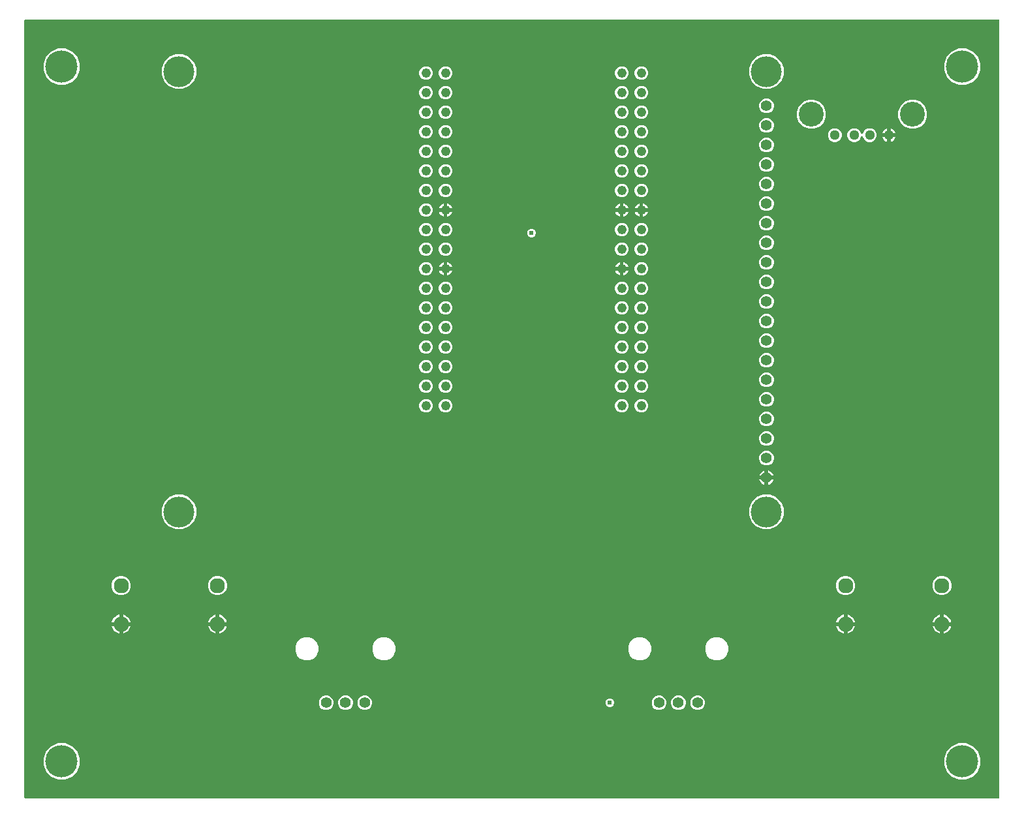
<source format=gbr>
G04 EAGLE Gerber RS-274X export*
G75*
%MOMM*%
%FSLAX34Y34*%
%LPD*%
%INCopper Layer 2*%
%IPPOS*%
%AMOC8*
5,1,8,0,0,1.08239X$1,22.5*%
G01*
%ADD10C,4.191000*%
%ADD11C,1.400000*%
%ADD12C,4.016000*%
%ADD13C,1.960000*%
%ADD14C,1.244600*%
%ADD15C,1.288000*%
%ADD16C,3.220000*%
%ADD17C,0.609600*%

G36*
X1266308Y2556D02*
X1266308Y2556D01*
X1266427Y2563D01*
X1266465Y2576D01*
X1266506Y2581D01*
X1266616Y2624D01*
X1266729Y2661D01*
X1266764Y2683D01*
X1266801Y2698D01*
X1266897Y2767D01*
X1266998Y2831D01*
X1267026Y2861D01*
X1267059Y2884D01*
X1267135Y2976D01*
X1267216Y3063D01*
X1267236Y3098D01*
X1267261Y3129D01*
X1267312Y3237D01*
X1267370Y3341D01*
X1267380Y3381D01*
X1267397Y3417D01*
X1267419Y3534D01*
X1267449Y3649D01*
X1267453Y3709D01*
X1267457Y3729D01*
X1267455Y3750D01*
X1267459Y3810D01*
X1267459Y1012190D01*
X1267444Y1012308D01*
X1267437Y1012427D01*
X1267424Y1012465D01*
X1267419Y1012506D01*
X1267376Y1012616D01*
X1267339Y1012729D01*
X1267317Y1012764D01*
X1267302Y1012801D01*
X1267233Y1012897D01*
X1267169Y1012998D01*
X1267139Y1013026D01*
X1267116Y1013059D01*
X1267024Y1013135D01*
X1266937Y1013216D01*
X1266902Y1013236D01*
X1266871Y1013261D01*
X1266763Y1013312D01*
X1266659Y1013370D01*
X1266619Y1013380D01*
X1266583Y1013397D01*
X1266466Y1013419D01*
X1266351Y1013449D01*
X1266291Y1013453D01*
X1266271Y1013457D01*
X1266250Y1013455D01*
X1266190Y1013459D01*
X3810Y1013459D01*
X3692Y1013444D01*
X3573Y1013437D01*
X3535Y1013424D01*
X3494Y1013419D01*
X3384Y1013376D01*
X3271Y1013339D01*
X3236Y1013317D01*
X3199Y1013302D01*
X3103Y1013233D01*
X3002Y1013169D01*
X2974Y1013139D01*
X2941Y1013116D01*
X2865Y1013024D01*
X2784Y1012937D01*
X2764Y1012902D01*
X2739Y1012871D01*
X2688Y1012763D01*
X2630Y1012659D01*
X2620Y1012619D01*
X2603Y1012583D01*
X2581Y1012466D01*
X2551Y1012351D01*
X2547Y1012291D01*
X2543Y1012271D01*
X2545Y1012250D01*
X2541Y1012190D01*
X2541Y3810D01*
X2556Y3692D01*
X2563Y3573D01*
X2576Y3535D01*
X2581Y3494D01*
X2624Y3384D01*
X2661Y3271D01*
X2683Y3236D01*
X2698Y3199D01*
X2767Y3103D01*
X2831Y3002D01*
X2861Y2974D01*
X2884Y2941D01*
X2976Y2865D01*
X3063Y2784D01*
X3098Y2764D01*
X3129Y2739D01*
X3237Y2688D01*
X3341Y2630D01*
X3381Y2620D01*
X3417Y2603D01*
X3534Y2581D01*
X3649Y2551D01*
X3709Y2547D01*
X3729Y2543D01*
X3750Y2545D01*
X3810Y2541D01*
X1266190Y2541D01*
X1266308Y2556D01*
G37*
%LPC*%
G36*
X46126Y27304D02*
X46126Y27304D01*
X37491Y30881D01*
X30881Y37491D01*
X27304Y46126D01*
X27304Y55474D01*
X30881Y64109D01*
X37491Y70719D01*
X46126Y74296D01*
X55474Y74296D01*
X64109Y70719D01*
X70719Y64109D01*
X74296Y55474D01*
X74296Y46126D01*
X70719Y37491D01*
X64109Y30881D01*
X55474Y27304D01*
X46126Y27304D01*
G37*
%LPD*%
%LPC*%
G36*
X1214526Y27304D02*
X1214526Y27304D01*
X1205891Y30881D01*
X1199281Y37491D01*
X1195704Y46126D01*
X1195704Y55474D01*
X1199281Y64109D01*
X1205891Y70719D01*
X1214526Y74296D01*
X1223874Y74296D01*
X1232509Y70719D01*
X1239119Y64109D01*
X1242696Y55474D01*
X1242696Y46126D01*
X1239119Y37491D01*
X1232509Y30881D01*
X1223874Y27304D01*
X1214526Y27304D01*
G37*
%LPD*%
%LPC*%
G36*
X46126Y929004D02*
X46126Y929004D01*
X37491Y932581D01*
X30881Y939191D01*
X27304Y947826D01*
X27304Y957174D01*
X30881Y965809D01*
X37491Y972419D01*
X46126Y975996D01*
X55474Y975996D01*
X64109Y972419D01*
X70719Y965809D01*
X74296Y957174D01*
X74296Y947826D01*
X70719Y939191D01*
X64109Y932581D01*
X55474Y929004D01*
X46126Y929004D01*
G37*
%LPD*%
%LPC*%
G36*
X1214526Y929004D02*
X1214526Y929004D01*
X1205891Y932581D01*
X1199281Y939191D01*
X1195704Y947826D01*
X1195704Y957174D01*
X1199281Y965809D01*
X1205891Y972419D01*
X1214526Y975996D01*
X1223874Y975996D01*
X1232509Y972419D01*
X1239119Y965809D01*
X1242696Y957174D01*
X1242696Y947826D01*
X1239119Y939191D01*
X1232509Y932581D01*
X1223874Y929004D01*
X1214526Y929004D01*
G37*
%LPD*%
%LPC*%
G36*
X198700Y923529D02*
X198700Y923529D01*
X190386Y926973D01*
X184023Y933336D01*
X180579Y941650D01*
X180579Y950650D01*
X184023Y958964D01*
X190386Y965327D01*
X198700Y968771D01*
X207700Y968771D01*
X216014Y965327D01*
X222377Y958964D01*
X225821Y950650D01*
X225821Y941650D01*
X222377Y933336D01*
X216014Y926973D01*
X207700Y923529D01*
X198700Y923529D01*
G37*
%LPD*%
%LPC*%
G36*
X960700Y923529D02*
X960700Y923529D01*
X952386Y926973D01*
X946023Y933336D01*
X942579Y941650D01*
X942579Y950650D01*
X946023Y958964D01*
X952386Y965327D01*
X960700Y968771D01*
X969700Y968771D01*
X978014Y965327D01*
X984377Y958964D01*
X987821Y950650D01*
X987821Y941650D01*
X984377Y933336D01*
X978014Y926973D01*
X969700Y923529D01*
X960700Y923529D01*
G37*
%LPD*%
%LPC*%
G36*
X198700Y352029D02*
X198700Y352029D01*
X190386Y355473D01*
X184023Y361836D01*
X180579Y370150D01*
X180579Y379150D01*
X184023Y387464D01*
X190386Y393827D01*
X198700Y397271D01*
X207700Y397271D01*
X216014Y393827D01*
X222377Y387464D01*
X225821Y379150D01*
X225821Y370150D01*
X222377Y361836D01*
X216014Y355473D01*
X207700Y352029D01*
X198700Y352029D01*
G37*
%LPD*%
%LPC*%
G36*
X960700Y352029D02*
X960700Y352029D01*
X952386Y355473D01*
X946023Y361836D01*
X942579Y370150D01*
X942579Y379150D01*
X946023Y387464D01*
X952386Y393827D01*
X960700Y397271D01*
X969700Y397271D01*
X978014Y393827D01*
X984377Y387464D01*
X987821Y379150D01*
X987821Y370150D01*
X984377Y361836D01*
X978014Y355473D01*
X969700Y352029D01*
X960700Y352029D01*
G37*
%LPD*%
%LPC*%
G36*
X1151092Y872059D02*
X1151092Y872059D01*
X1144241Y874897D01*
X1138997Y880141D01*
X1136159Y886992D01*
X1136159Y894408D01*
X1138997Y901259D01*
X1144241Y906503D01*
X1151092Y909341D01*
X1158508Y909341D01*
X1165359Y906503D01*
X1170603Y901259D01*
X1173441Y894408D01*
X1173441Y886992D01*
X1170603Y880141D01*
X1165359Y874897D01*
X1158508Y872059D01*
X1151092Y872059D01*
G37*
%LPD*%
%LPC*%
G36*
X1019692Y872059D02*
X1019692Y872059D01*
X1012841Y874897D01*
X1007597Y880141D01*
X1004759Y886992D01*
X1004759Y894408D01*
X1007597Y901259D01*
X1012841Y906503D01*
X1019692Y909341D01*
X1027108Y909341D01*
X1033959Y906503D01*
X1039203Y901259D01*
X1042041Y894408D01*
X1042041Y886992D01*
X1039203Y880141D01*
X1033959Y874897D01*
X1027108Y872059D01*
X1019692Y872059D01*
G37*
%LPD*%
%LPC*%
G36*
X466108Y181959D02*
X466108Y181959D01*
X460580Y184249D01*
X456349Y188480D01*
X454059Y194008D01*
X454059Y199992D01*
X456349Y205520D01*
X460580Y209751D01*
X466108Y212041D01*
X472092Y212041D01*
X477620Y209751D01*
X481851Y205520D01*
X484141Y199992D01*
X484141Y194008D01*
X481851Y188480D01*
X477620Y184249D01*
X472092Y181959D01*
X466108Y181959D01*
G37*
%LPD*%
%LPC*%
G36*
X897908Y181959D02*
X897908Y181959D01*
X892380Y184249D01*
X888149Y188480D01*
X885859Y194008D01*
X885859Y199992D01*
X888149Y205520D01*
X892380Y209751D01*
X897908Y212041D01*
X903892Y212041D01*
X909420Y209751D01*
X913651Y205520D01*
X915941Y199992D01*
X915941Y194008D01*
X913651Y188480D01*
X909420Y184249D01*
X903892Y181959D01*
X897908Y181959D01*
G37*
%LPD*%
%LPC*%
G36*
X797908Y181959D02*
X797908Y181959D01*
X792380Y184249D01*
X788149Y188480D01*
X785859Y194008D01*
X785859Y199992D01*
X788149Y205520D01*
X792380Y209751D01*
X797908Y212041D01*
X803892Y212041D01*
X809420Y209751D01*
X813651Y205520D01*
X815941Y199992D01*
X815941Y194008D01*
X813651Y188480D01*
X809420Y184249D01*
X803892Y181959D01*
X797908Y181959D01*
G37*
%LPD*%
%LPC*%
G36*
X366108Y181959D02*
X366108Y181959D01*
X360580Y184249D01*
X356349Y188480D01*
X354059Y194008D01*
X354059Y199992D01*
X356349Y205520D01*
X360580Y209751D01*
X366108Y212041D01*
X372092Y212041D01*
X377620Y209751D01*
X381851Y205520D01*
X384141Y199992D01*
X384141Y194008D01*
X381851Y188480D01*
X377620Y184249D01*
X372092Y181959D01*
X366108Y181959D01*
G37*
%LPD*%
%LPC*%
G36*
X1077314Y854619D02*
X1077314Y854619D01*
X1074013Y855986D01*
X1071486Y858513D01*
X1070119Y861814D01*
X1070119Y865386D01*
X1071486Y868687D01*
X1074013Y871214D01*
X1077314Y872581D01*
X1080886Y872581D01*
X1084187Y871214D01*
X1086714Y868687D01*
X1087927Y865757D01*
X1087996Y865636D01*
X1088061Y865513D01*
X1088075Y865498D01*
X1088085Y865480D01*
X1088182Y865380D01*
X1088275Y865278D01*
X1088292Y865266D01*
X1088306Y865252D01*
X1088424Y865179D01*
X1088541Y865103D01*
X1088560Y865096D01*
X1088577Y865086D01*
X1088710Y865045D01*
X1088842Y865000D01*
X1088862Y864998D01*
X1088881Y864992D01*
X1089020Y864985D01*
X1089159Y864974D01*
X1089179Y864978D01*
X1089199Y864977D01*
X1089335Y865005D01*
X1089472Y865029D01*
X1089491Y865037D01*
X1089510Y865041D01*
X1089635Y865102D01*
X1089762Y865159D01*
X1089778Y865172D01*
X1089796Y865181D01*
X1089902Y865271D01*
X1090010Y865358D01*
X1090023Y865374D01*
X1090038Y865387D01*
X1090118Y865501D01*
X1090202Y865612D01*
X1090214Y865637D01*
X1090221Y865647D01*
X1090228Y865667D01*
X1090273Y865757D01*
X1091486Y868687D01*
X1094013Y871214D01*
X1097314Y872581D01*
X1100886Y872581D01*
X1104187Y871214D01*
X1106714Y868687D01*
X1108081Y865386D01*
X1108081Y861814D01*
X1106714Y858513D01*
X1104187Y855986D01*
X1100886Y854619D01*
X1097314Y854619D01*
X1094013Y855986D01*
X1091486Y858513D01*
X1090273Y861443D01*
X1090204Y861564D01*
X1090139Y861687D01*
X1090125Y861702D01*
X1090115Y861720D01*
X1090018Y861820D01*
X1089925Y861922D01*
X1089908Y861933D01*
X1089894Y861948D01*
X1089775Y862021D01*
X1089659Y862097D01*
X1089640Y862104D01*
X1089623Y862114D01*
X1089490Y862155D01*
X1089358Y862200D01*
X1089338Y862202D01*
X1089319Y862208D01*
X1089180Y862215D01*
X1089041Y862226D01*
X1089021Y862222D01*
X1089001Y862223D01*
X1088865Y862195D01*
X1088728Y862171D01*
X1088709Y862163D01*
X1088690Y862159D01*
X1088564Y862097D01*
X1088438Y862041D01*
X1088422Y862028D01*
X1088404Y862019D01*
X1088298Y861929D01*
X1088190Y861842D01*
X1088177Y861826D01*
X1088162Y861813D01*
X1088082Y861699D01*
X1087998Y861588D01*
X1087986Y861563D01*
X1087979Y861553D01*
X1087972Y861533D01*
X1087927Y861443D01*
X1086714Y858513D01*
X1084187Y855986D01*
X1080886Y854619D01*
X1077314Y854619D01*
G37*
%LPD*%
%LPC*%
G36*
X1065345Y266659D02*
X1065345Y266659D01*
X1060810Y268538D01*
X1057338Y272010D01*
X1055459Y276545D01*
X1055459Y281455D01*
X1057338Y285990D01*
X1060810Y289462D01*
X1065345Y291341D01*
X1070255Y291341D01*
X1074790Y289462D01*
X1078262Y285990D01*
X1080141Y281455D01*
X1080141Y276545D01*
X1078262Y272010D01*
X1074790Y268538D01*
X1070255Y266659D01*
X1065345Y266659D01*
G37*
%LPD*%
%LPC*%
G36*
X1190345Y266659D02*
X1190345Y266659D01*
X1185810Y268538D01*
X1182338Y272010D01*
X1180459Y276545D01*
X1180459Y281455D01*
X1182338Y285990D01*
X1185810Y289462D01*
X1190345Y291341D01*
X1195255Y291341D01*
X1199790Y289462D01*
X1203262Y285990D01*
X1205141Y281455D01*
X1205141Y276545D01*
X1203262Y272010D01*
X1199790Y268538D01*
X1195255Y266659D01*
X1190345Y266659D01*
G37*
%LPD*%
%LPC*%
G36*
X125545Y266659D02*
X125545Y266659D01*
X121010Y268538D01*
X117538Y272010D01*
X115659Y276545D01*
X115659Y281455D01*
X117538Y285990D01*
X121010Y289462D01*
X125545Y291341D01*
X130455Y291341D01*
X134990Y289462D01*
X138462Y285990D01*
X140341Y281455D01*
X140341Y276545D01*
X138462Y272010D01*
X134990Y268538D01*
X130455Y266659D01*
X125545Y266659D01*
G37*
%LPD*%
%LPC*%
G36*
X250545Y266659D02*
X250545Y266659D01*
X246010Y268538D01*
X242538Y272010D01*
X240659Y276545D01*
X240659Y281455D01*
X242538Y285990D01*
X246010Y289462D01*
X250545Y291341D01*
X255455Y291341D01*
X259990Y289462D01*
X263462Y285990D01*
X265341Y281455D01*
X265341Y276545D01*
X263462Y272010D01*
X259990Y268538D01*
X255455Y266659D01*
X250545Y266659D01*
G37*
%LPD*%
%LPC*%
G36*
X963302Y866759D02*
X963302Y866759D01*
X959796Y868212D01*
X957112Y870896D01*
X955659Y874402D01*
X955659Y878198D01*
X957112Y881704D01*
X959796Y884388D01*
X963302Y885841D01*
X967098Y885841D01*
X970604Y884388D01*
X973288Y881704D01*
X974741Y878198D01*
X974741Y874402D01*
X973288Y870896D01*
X970604Y868212D01*
X967098Y866759D01*
X963302Y866759D01*
G37*
%LPD*%
%LPC*%
G36*
X963302Y612759D02*
X963302Y612759D01*
X959796Y614212D01*
X957112Y616896D01*
X955659Y620402D01*
X955659Y624198D01*
X957112Y627704D01*
X959796Y630388D01*
X963302Y631841D01*
X967098Y631841D01*
X970604Y630388D01*
X973288Y627704D01*
X974741Y624198D01*
X974741Y620402D01*
X973288Y616896D01*
X970604Y614212D01*
X967098Y612759D01*
X963302Y612759D01*
G37*
%LPD*%
%LPC*%
G36*
X442202Y117459D02*
X442202Y117459D01*
X438696Y118912D01*
X436012Y121596D01*
X434559Y125102D01*
X434559Y128898D01*
X436012Y132404D01*
X438696Y135088D01*
X442202Y136541D01*
X445998Y136541D01*
X449504Y135088D01*
X452188Y132404D01*
X453641Y128898D01*
X453641Y125102D01*
X452188Y121596D01*
X449504Y118912D01*
X445998Y117459D01*
X442202Y117459D01*
G37*
%LPD*%
%LPC*%
G36*
X824002Y117459D02*
X824002Y117459D01*
X820496Y118912D01*
X817812Y121596D01*
X816359Y125102D01*
X816359Y128898D01*
X817812Y132404D01*
X820496Y135088D01*
X824002Y136541D01*
X827798Y136541D01*
X831304Y135088D01*
X833988Y132404D01*
X835441Y128898D01*
X835441Y125102D01*
X833988Y121596D01*
X831304Y118912D01*
X827798Y117459D01*
X824002Y117459D01*
G37*
%LPD*%
%LPC*%
G36*
X849002Y117459D02*
X849002Y117459D01*
X845496Y118912D01*
X842812Y121596D01*
X841359Y125102D01*
X841359Y128898D01*
X842812Y132404D01*
X845496Y135088D01*
X849002Y136541D01*
X852798Y136541D01*
X856304Y135088D01*
X858988Y132404D01*
X860441Y128898D01*
X860441Y125102D01*
X858988Y121596D01*
X856304Y118912D01*
X852798Y117459D01*
X849002Y117459D01*
G37*
%LPD*%
%LPC*%
G36*
X874002Y117459D02*
X874002Y117459D01*
X870496Y118912D01*
X867812Y121596D01*
X866359Y125102D01*
X866359Y128898D01*
X867812Y132404D01*
X870496Y135088D01*
X874002Y136541D01*
X877798Y136541D01*
X881304Y135088D01*
X883988Y132404D01*
X885441Y128898D01*
X885441Y125102D01*
X883988Y121596D01*
X881304Y118912D01*
X877798Y117459D01*
X874002Y117459D01*
G37*
%LPD*%
%LPC*%
G36*
X963302Y765159D02*
X963302Y765159D01*
X959796Y766612D01*
X957112Y769296D01*
X955659Y772802D01*
X955659Y776598D01*
X957112Y780104D01*
X959796Y782788D01*
X963302Y784241D01*
X967098Y784241D01*
X970604Y782788D01*
X973288Y780104D01*
X974741Y776598D01*
X974741Y772802D01*
X973288Y769296D01*
X970604Y766612D01*
X967098Y765159D01*
X963302Y765159D01*
G37*
%LPD*%
%LPC*%
G36*
X392202Y117459D02*
X392202Y117459D01*
X388696Y118912D01*
X386012Y121596D01*
X384559Y125102D01*
X384559Y128898D01*
X386012Y132404D01*
X388696Y135088D01*
X392202Y136541D01*
X395998Y136541D01*
X399504Y135088D01*
X402188Y132404D01*
X403641Y128898D01*
X403641Y125102D01*
X402188Y121596D01*
X399504Y118912D01*
X395998Y117459D01*
X392202Y117459D01*
G37*
%LPD*%
%LPC*%
G36*
X417202Y117459D02*
X417202Y117459D01*
X413696Y118912D01*
X411012Y121596D01*
X409559Y125102D01*
X409559Y128898D01*
X411012Y132404D01*
X413696Y135088D01*
X417202Y136541D01*
X420998Y136541D01*
X424504Y135088D01*
X427188Y132404D01*
X428641Y128898D01*
X428641Y125102D01*
X427188Y121596D01*
X424504Y118912D01*
X420998Y117459D01*
X417202Y117459D01*
G37*
%LPD*%
%LPC*%
G36*
X963302Y892159D02*
X963302Y892159D01*
X959796Y893612D01*
X957112Y896296D01*
X955659Y899802D01*
X955659Y903598D01*
X957112Y907104D01*
X959796Y909788D01*
X963302Y911241D01*
X967098Y911241D01*
X970604Y909788D01*
X973288Y907104D01*
X974741Y903598D01*
X974741Y899802D01*
X973288Y896296D01*
X970604Y893612D01*
X967098Y892159D01*
X963302Y892159D01*
G37*
%LPD*%
%LPC*%
G36*
X963302Y434959D02*
X963302Y434959D01*
X959796Y436412D01*
X957112Y439096D01*
X955659Y442602D01*
X955659Y446398D01*
X957112Y449904D01*
X959796Y452588D01*
X963302Y454041D01*
X967098Y454041D01*
X970604Y452588D01*
X973288Y449904D01*
X974741Y446398D01*
X974741Y442602D01*
X973288Y439096D01*
X970604Y436412D01*
X967098Y434959D01*
X963302Y434959D01*
G37*
%LPD*%
%LPC*%
G36*
X963302Y841359D02*
X963302Y841359D01*
X959796Y842812D01*
X957112Y845496D01*
X955659Y849002D01*
X955659Y852798D01*
X957112Y856304D01*
X959796Y858988D01*
X963302Y860441D01*
X967098Y860441D01*
X970604Y858988D01*
X973288Y856304D01*
X974741Y852798D01*
X974741Y849002D01*
X973288Y845496D01*
X970604Y842812D01*
X967098Y841359D01*
X963302Y841359D01*
G37*
%LPD*%
%LPC*%
G36*
X963302Y460359D02*
X963302Y460359D01*
X959796Y461812D01*
X957112Y464496D01*
X955659Y468002D01*
X955659Y471798D01*
X957112Y475304D01*
X959796Y477988D01*
X963302Y479441D01*
X967098Y479441D01*
X970604Y477988D01*
X973288Y475304D01*
X974741Y471798D01*
X974741Y468002D01*
X973288Y464496D01*
X970604Y461812D01*
X967098Y460359D01*
X963302Y460359D01*
G37*
%LPD*%
%LPC*%
G36*
X963302Y485759D02*
X963302Y485759D01*
X959796Y487212D01*
X957112Y489896D01*
X955659Y493402D01*
X955659Y497198D01*
X957112Y500704D01*
X959796Y503388D01*
X963302Y504841D01*
X967098Y504841D01*
X970604Y503388D01*
X973288Y500704D01*
X974741Y497198D01*
X974741Y493402D01*
X973288Y489896D01*
X970604Y487212D01*
X967098Y485759D01*
X963302Y485759D01*
G37*
%LPD*%
%LPC*%
G36*
X963302Y511159D02*
X963302Y511159D01*
X959796Y512612D01*
X957112Y515296D01*
X955659Y518802D01*
X955659Y522598D01*
X957112Y526104D01*
X959796Y528788D01*
X963302Y530241D01*
X967098Y530241D01*
X970604Y528788D01*
X973288Y526104D01*
X974741Y522598D01*
X974741Y518802D01*
X973288Y515296D01*
X970604Y512612D01*
X967098Y511159D01*
X963302Y511159D01*
G37*
%LPD*%
%LPC*%
G36*
X963302Y536559D02*
X963302Y536559D01*
X959796Y538012D01*
X957112Y540696D01*
X955659Y544202D01*
X955659Y547998D01*
X957112Y551504D01*
X959796Y554188D01*
X963302Y555641D01*
X967098Y555641D01*
X970604Y554188D01*
X973288Y551504D01*
X974741Y547998D01*
X974741Y544202D01*
X973288Y540696D01*
X970604Y538012D01*
X967098Y536559D01*
X963302Y536559D01*
G37*
%LPD*%
%LPC*%
G36*
X963302Y815959D02*
X963302Y815959D01*
X959796Y817412D01*
X957112Y820096D01*
X955659Y823602D01*
X955659Y827398D01*
X957112Y830904D01*
X959796Y833588D01*
X963302Y835041D01*
X967098Y835041D01*
X970604Y833588D01*
X973288Y830904D01*
X974741Y827398D01*
X974741Y823602D01*
X973288Y820096D01*
X970604Y817412D01*
X967098Y815959D01*
X963302Y815959D01*
G37*
%LPD*%
%LPC*%
G36*
X963302Y561959D02*
X963302Y561959D01*
X959796Y563412D01*
X957112Y566096D01*
X955659Y569602D01*
X955659Y573398D01*
X957112Y576904D01*
X959796Y579588D01*
X963302Y581041D01*
X967098Y581041D01*
X970604Y579588D01*
X973288Y576904D01*
X974741Y573398D01*
X974741Y569602D01*
X973288Y566096D01*
X970604Y563412D01*
X967098Y561959D01*
X963302Y561959D01*
G37*
%LPD*%
%LPC*%
G36*
X963302Y587359D02*
X963302Y587359D01*
X959796Y588812D01*
X957112Y591496D01*
X955659Y595002D01*
X955659Y598798D01*
X957112Y602304D01*
X959796Y604988D01*
X963302Y606441D01*
X967098Y606441D01*
X970604Y604988D01*
X973288Y602304D01*
X974741Y598798D01*
X974741Y595002D01*
X973288Y591496D01*
X970604Y588812D01*
X967098Y587359D01*
X963302Y587359D01*
G37*
%LPD*%
%LPC*%
G36*
X963302Y638159D02*
X963302Y638159D01*
X959796Y639612D01*
X957112Y642296D01*
X955659Y645802D01*
X955659Y649598D01*
X957112Y653104D01*
X959796Y655788D01*
X963302Y657241D01*
X967098Y657241D01*
X970604Y655788D01*
X973288Y653104D01*
X974741Y649598D01*
X974741Y645802D01*
X973288Y642296D01*
X970604Y639612D01*
X967098Y638159D01*
X963302Y638159D01*
G37*
%LPD*%
%LPC*%
G36*
X963302Y663559D02*
X963302Y663559D01*
X959796Y665012D01*
X957112Y667696D01*
X955659Y671202D01*
X955659Y674998D01*
X957112Y678504D01*
X959796Y681188D01*
X963302Y682641D01*
X967098Y682641D01*
X970604Y681188D01*
X973288Y678504D01*
X974741Y674998D01*
X974741Y671202D01*
X973288Y667696D01*
X970604Y665012D01*
X967098Y663559D01*
X963302Y663559D01*
G37*
%LPD*%
%LPC*%
G36*
X963302Y790559D02*
X963302Y790559D01*
X959796Y792012D01*
X957112Y794696D01*
X955659Y798202D01*
X955659Y801998D01*
X957112Y805504D01*
X959796Y808188D01*
X963302Y809641D01*
X967098Y809641D01*
X970604Y808188D01*
X973288Y805504D01*
X974741Y801998D01*
X974741Y798202D01*
X973288Y794696D01*
X970604Y792012D01*
X967098Y790559D01*
X963302Y790559D01*
G37*
%LPD*%
%LPC*%
G36*
X963302Y688959D02*
X963302Y688959D01*
X959796Y690412D01*
X957112Y693096D01*
X955659Y696602D01*
X955659Y700398D01*
X957112Y703904D01*
X959796Y706588D01*
X963302Y708041D01*
X967098Y708041D01*
X970604Y706588D01*
X973288Y703904D01*
X974741Y700398D01*
X974741Y696602D01*
X973288Y693096D01*
X970604Y690412D01*
X967098Y688959D01*
X963302Y688959D01*
G37*
%LPD*%
%LPC*%
G36*
X963302Y714359D02*
X963302Y714359D01*
X959796Y715812D01*
X957112Y718496D01*
X955659Y722002D01*
X955659Y725798D01*
X957112Y729304D01*
X959796Y731988D01*
X963302Y733441D01*
X967098Y733441D01*
X970604Y731988D01*
X973288Y729304D01*
X974741Y725798D01*
X974741Y722002D01*
X973288Y718496D01*
X970604Y715812D01*
X967098Y714359D01*
X963302Y714359D01*
G37*
%LPD*%
%LPC*%
G36*
X963302Y739759D02*
X963302Y739759D01*
X959796Y741212D01*
X957112Y743896D01*
X955659Y747402D01*
X955659Y751198D01*
X957112Y754704D01*
X959796Y757388D01*
X963302Y758841D01*
X967098Y758841D01*
X970604Y757388D01*
X973288Y754704D01*
X974741Y751198D01*
X974741Y747402D01*
X973288Y743896D01*
X970604Y741212D01*
X967098Y739759D01*
X963302Y739759D01*
G37*
%LPD*%
%LPC*%
G36*
X1052314Y854619D02*
X1052314Y854619D01*
X1049013Y855986D01*
X1046486Y858513D01*
X1045119Y861814D01*
X1045119Y865386D01*
X1046486Y868687D01*
X1049013Y871214D01*
X1052314Y872581D01*
X1055886Y872581D01*
X1059187Y871214D01*
X1061714Y868687D01*
X1063081Y865386D01*
X1063081Y861814D01*
X1061714Y858513D01*
X1059187Y855986D01*
X1055886Y854619D01*
X1052314Y854619D01*
G37*
%LPD*%
%LPC*%
G36*
X521757Y783036D02*
X521757Y783036D01*
X518536Y784370D01*
X516070Y786836D01*
X514736Y790057D01*
X514736Y793543D01*
X516070Y796764D01*
X518536Y799230D01*
X521757Y800564D01*
X525243Y800564D01*
X528464Y799230D01*
X530930Y796764D01*
X532264Y793543D01*
X532264Y790057D01*
X530930Y786836D01*
X528464Y784370D01*
X525243Y783036D01*
X521757Y783036D01*
G37*
%LPD*%
%LPC*%
G36*
X521757Y757636D02*
X521757Y757636D01*
X518536Y758970D01*
X516070Y761436D01*
X514736Y764657D01*
X514736Y768143D01*
X516070Y771364D01*
X518536Y773830D01*
X521757Y775164D01*
X525243Y775164D01*
X528464Y773830D01*
X530930Y771364D01*
X532264Y768143D01*
X532264Y764657D01*
X530930Y761436D01*
X528464Y758970D01*
X525243Y757636D01*
X521757Y757636D01*
G37*
%LPD*%
%LPC*%
G36*
X801157Y935436D02*
X801157Y935436D01*
X797936Y936770D01*
X795470Y939236D01*
X794136Y942457D01*
X794136Y945943D01*
X795470Y949164D01*
X797936Y951630D01*
X801157Y952964D01*
X804643Y952964D01*
X807864Y951630D01*
X810330Y949164D01*
X811664Y945943D01*
X811664Y942457D01*
X810330Y939236D01*
X807864Y936770D01*
X804643Y935436D01*
X801157Y935436D01*
G37*
%LPD*%
%LPC*%
G36*
X775757Y859236D02*
X775757Y859236D01*
X772536Y860570D01*
X770070Y863036D01*
X768736Y866257D01*
X768736Y869743D01*
X770070Y872964D01*
X772536Y875430D01*
X775757Y876764D01*
X779243Y876764D01*
X782464Y875430D01*
X784930Y872964D01*
X786264Y869743D01*
X786264Y866257D01*
X784930Y863036D01*
X782464Y860570D01*
X779243Y859236D01*
X775757Y859236D01*
G37*
%LPD*%
%LPC*%
G36*
X547157Y859236D02*
X547157Y859236D01*
X543936Y860570D01*
X541470Y863036D01*
X540136Y866257D01*
X540136Y869743D01*
X541470Y872964D01*
X543936Y875430D01*
X547157Y876764D01*
X550643Y876764D01*
X553864Y875430D01*
X556330Y872964D01*
X557664Y869743D01*
X557664Y866257D01*
X556330Y863036D01*
X553864Y860570D01*
X550643Y859236D01*
X547157Y859236D01*
G37*
%LPD*%
%LPC*%
G36*
X521757Y859236D02*
X521757Y859236D01*
X518536Y860570D01*
X516070Y863036D01*
X514736Y866257D01*
X514736Y869743D01*
X516070Y872964D01*
X518536Y875430D01*
X521757Y876764D01*
X525243Y876764D01*
X528464Y875430D01*
X530930Y872964D01*
X532264Y869743D01*
X532264Y866257D01*
X530930Y863036D01*
X528464Y860570D01*
X525243Y859236D01*
X521757Y859236D01*
G37*
%LPD*%
%LPC*%
G36*
X521757Y884636D02*
X521757Y884636D01*
X518536Y885970D01*
X516070Y888436D01*
X514736Y891657D01*
X514736Y895143D01*
X516070Y898364D01*
X518536Y900830D01*
X521757Y902164D01*
X525243Y902164D01*
X528464Y900830D01*
X530930Y898364D01*
X532264Y895143D01*
X532264Y891657D01*
X530930Y888436D01*
X528464Y885970D01*
X525243Y884636D01*
X521757Y884636D01*
G37*
%LPD*%
%LPC*%
G36*
X775757Y935436D02*
X775757Y935436D01*
X772536Y936770D01*
X770070Y939236D01*
X768736Y942457D01*
X768736Y945943D01*
X770070Y949164D01*
X772536Y951630D01*
X775757Y952964D01*
X779243Y952964D01*
X782464Y951630D01*
X784930Y949164D01*
X786264Y945943D01*
X786264Y942457D01*
X784930Y939236D01*
X782464Y936770D01*
X779243Y935436D01*
X775757Y935436D01*
G37*
%LPD*%
%LPC*%
G36*
X547157Y935436D02*
X547157Y935436D01*
X543936Y936770D01*
X541470Y939236D01*
X540136Y942457D01*
X540136Y945943D01*
X541470Y949164D01*
X543936Y951630D01*
X547157Y952964D01*
X550643Y952964D01*
X553864Y951630D01*
X556330Y949164D01*
X557664Y945943D01*
X557664Y942457D01*
X556330Y939236D01*
X553864Y936770D01*
X550643Y935436D01*
X547157Y935436D01*
G37*
%LPD*%
%LPC*%
G36*
X521757Y935436D02*
X521757Y935436D01*
X518536Y936770D01*
X516070Y939236D01*
X514736Y942457D01*
X514736Y945943D01*
X516070Y949164D01*
X518536Y951630D01*
X521757Y952964D01*
X525243Y952964D01*
X528464Y951630D01*
X530930Y949164D01*
X532264Y945943D01*
X532264Y942457D01*
X530930Y939236D01*
X528464Y936770D01*
X525243Y935436D01*
X521757Y935436D01*
G37*
%LPD*%
%LPC*%
G36*
X801157Y910036D02*
X801157Y910036D01*
X797936Y911370D01*
X795470Y913836D01*
X794136Y917057D01*
X794136Y920543D01*
X795470Y923764D01*
X797936Y926230D01*
X801157Y927564D01*
X804643Y927564D01*
X807864Y926230D01*
X810330Y923764D01*
X811664Y920543D01*
X811664Y917057D01*
X810330Y913836D01*
X807864Y911370D01*
X804643Y910036D01*
X801157Y910036D01*
G37*
%LPD*%
%LPC*%
G36*
X775757Y910036D02*
X775757Y910036D01*
X772536Y911370D01*
X770070Y913836D01*
X768736Y917057D01*
X768736Y920543D01*
X770070Y923764D01*
X772536Y926230D01*
X775757Y927564D01*
X779243Y927564D01*
X782464Y926230D01*
X784930Y923764D01*
X786264Y920543D01*
X786264Y917057D01*
X784930Y913836D01*
X782464Y911370D01*
X779243Y910036D01*
X775757Y910036D01*
G37*
%LPD*%
%LPC*%
G36*
X547157Y910036D02*
X547157Y910036D01*
X543936Y911370D01*
X541470Y913836D01*
X540136Y917057D01*
X540136Y920543D01*
X541470Y923764D01*
X543936Y926230D01*
X547157Y927564D01*
X550643Y927564D01*
X553864Y926230D01*
X556330Y923764D01*
X557664Y920543D01*
X557664Y917057D01*
X556330Y913836D01*
X553864Y911370D01*
X550643Y910036D01*
X547157Y910036D01*
G37*
%LPD*%
%LPC*%
G36*
X521757Y910036D02*
X521757Y910036D01*
X518536Y911370D01*
X516070Y913836D01*
X514736Y917057D01*
X514736Y920543D01*
X516070Y923764D01*
X518536Y926230D01*
X521757Y927564D01*
X525243Y927564D01*
X528464Y926230D01*
X530930Y923764D01*
X532264Y920543D01*
X532264Y917057D01*
X530930Y913836D01*
X528464Y911370D01*
X525243Y910036D01*
X521757Y910036D01*
G37*
%LPD*%
%LPC*%
G36*
X547157Y783036D02*
X547157Y783036D01*
X543936Y784370D01*
X541470Y786836D01*
X540136Y790057D01*
X540136Y793543D01*
X541470Y796764D01*
X543936Y799230D01*
X547157Y800564D01*
X550643Y800564D01*
X553864Y799230D01*
X556330Y796764D01*
X557664Y793543D01*
X557664Y790057D01*
X556330Y786836D01*
X553864Y784370D01*
X550643Y783036D01*
X547157Y783036D01*
G37*
%LPD*%
%LPC*%
G36*
X801157Y732236D02*
X801157Y732236D01*
X797936Y733570D01*
X795470Y736036D01*
X794136Y739257D01*
X794136Y742743D01*
X795470Y745964D01*
X797936Y748430D01*
X801157Y749764D01*
X804643Y749764D01*
X807864Y748430D01*
X810330Y745964D01*
X811664Y742743D01*
X811664Y739257D01*
X810330Y736036D01*
X807864Y733570D01*
X804643Y732236D01*
X801157Y732236D01*
G37*
%LPD*%
%LPC*%
G36*
X775757Y732236D02*
X775757Y732236D01*
X772536Y733570D01*
X770070Y736036D01*
X768736Y739257D01*
X768736Y742743D01*
X770070Y745964D01*
X772536Y748430D01*
X775757Y749764D01*
X779243Y749764D01*
X782464Y748430D01*
X784930Y745964D01*
X786264Y742743D01*
X786264Y739257D01*
X784930Y736036D01*
X782464Y733570D01*
X779243Y732236D01*
X775757Y732236D01*
G37*
%LPD*%
%LPC*%
G36*
X547157Y732236D02*
X547157Y732236D01*
X543936Y733570D01*
X541470Y736036D01*
X540136Y739257D01*
X540136Y742743D01*
X541470Y745964D01*
X543936Y748430D01*
X547157Y749764D01*
X550643Y749764D01*
X553864Y748430D01*
X556330Y745964D01*
X557664Y742743D01*
X557664Y739257D01*
X556330Y736036D01*
X553864Y733570D01*
X550643Y732236D01*
X547157Y732236D01*
G37*
%LPD*%
%LPC*%
G36*
X521757Y732236D02*
X521757Y732236D01*
X518536Y733570D01*
X516070Y736036D01*
X514736Y739257D01*
X514736Y742743D01*
X516070Y745964D01*
X518536Y748430D01*
X521757Y749764D01*
X525243Y749764D01*
X528464Y748430D01*
X530930Y745964D01*
X532264Y742743D01*
X532264Y739257D01*
X530930Y736036D01*
X528464Y733570D01*
X525243Y732236D01*
X521757Y732236D01*
G37*
%LPD*%
%LPC*%
G36*
X801157Y884636D02*
X801157Y884636D01*
X797936Y885970D01*
X795470Y888436D01*
X794136Y891657D01*
X794136Y895143D01*
X795470Y898364D01*
X797936Y900830D01*
X801157Y902164D01*
X804643Y902164D01*
X807864Y900830D01*
X810330Y898364D01*
X811664Y895143D01*
X811664Y891657D01*
X810330Y888436D01*
X807864Y885970D01*
X804643Y884636D01*
X801157Y884636D01*
G37*
%LPD*%
%LPC*%
G36*
X775757Y783036D02*
X775757Y783036D01*
X772536Y784370D01*
X770070Y786836D01*
X768736Y790057D01*
X768736Y793543D01*
X770070Y796764D01*
X772536Y799230D01*
X775757Y800564D01*
X779243Y800564D01*
X782464Y799230D01*
X784930Y796764D01*
X786264Y793543D01*
X786264Y790057D01*
X784930Y786836D01*
X782464Y784370D01*
X779243Y783036D01*
X775757Y783036D01*
G37*
%LPD*%
%LPC*%
G36*
X801157Y706836D02*
X801157Y706836D01*
X797936Y708170D01*
X795470Y710636D01*
X794136Y713857D01*
X794136Y717343D01*
X795470Y720564D01*
X797936Y723030D01*
X801157Y724364D01*
X804643Y724364D01*
X807864Y723030D01*
X810330Y720564D01*
X811664Y717343D01*
X811664Y713857D01*
X810330Y710636D01*
X807864Y708170D01*
X804643Y706836D01*
X801157Y706836D01*
G37*
%LPD*%
%LPC*%
G36*
X775757Y706836D02*
X775757Y706836D01*
X772536Y708170D01*
X770070Y710636D01*
X768736Y713857D01*
X768736Y717343D01*
X770070Y720564D01*
X772536Y723030D01*
X775757Y724364D01*
X779243Y724364D01*
X782464Y723030D01*
X784930Y720564D01*
X786264Y717343D01*
X786264Y713857D01*
X784930Y710636D01*
X782464Y708170D01*
X779243Y706836D01*
X775757Y706836D01*
G37*
%LPD*%
%LPC*%
G36*
X547157Y706836D02*
X547157Y706836D01*
X543936Y708170D01*
X541470Y710636D01*
X540136Y713857D01*
X540136Y717343D01*
X541470Y720564D01*
X543936Y723030D01*
X547157Y724364D01*
X550643Y724364D01*
X553864Y723030D01*
X556330Y720564D01*
X557664Y717343D01*
X557664Y713857D01*
X556330Y710636D01*
X553864Y708170D01*
X550643Y706836D01*
X547157Y706836D01*
G37*
%LPD*%
%LPC*%
G36*
X521757Y706836D02*
X521757Y706836D01*
X518536Y708170D01*
X516070Y710636D01*
X514736Y713857D01*
X514736Y717343D01*
X516070Y720564D01*
X518536Y723030D01*
X521757Y724364D01*
X525243Y724364D01*
X528464Y723030D01*
X530930Y720564D01*
X532264Y717343D01*
X532264Y713857D01*
X530930Y710636D01*
X528464Y708170D01*
X525243Y706836D01*
X521757Y706836D01*
G37*
%LPD*%
%LPC*%
G36*
X801157Y783036D02*
X801157Y783036D01*
X797936Y784370D01*
X795470Y786836D01*
X794136Y790057D01*
X794136Y793543D01*
X795470Y796764D01*
X797936Y799230D01*
X801157Y800564D01*
X804643Y800564D01*
X807864Y799230D01*
X810330Y796764D01*
X811664Y793543D01*
X811664Y790057D01*
X810330Y786836D01*
X807864Y784370D01*
X804643Y783036D01*
X801157Y783036D01*
G37*
%LPD*%
%LPC*%
G36*
X801157Y681436D02*
X801157Y681436D01*
X797936Y682770D01*
X795470Y685236D01*
X794136Y688457D01*
X794136Y691943D01*
X795470Y695164D01*
X797936Y697630D01*
X801157Y698964D01*
X804643Y698964D01*
X807864Y697630D01*
X810330Y695164D01*
X811664Y691943D01*
X811664Y688457D01*
X810330Y685236D01*
X807864Y682770D01*
X804643Y681436D01*
X801157Y681436D01*
G37*
%LPD*%
%LPC*%
G36*
X521757Y681436D02*
X521757Y681436D01*
X518536Y682770D01*
X516070Y685236D01*
X514736Y688457D01*
X514736Y691943D01*
X516070Y695164D01*
X518536Y697630D01*
X521757Y698964D01*
X525243Y698964D01*
X528464Y697630D01*
X530930Y695164D01*
X532264Y691943D01*
X532264Y688457D01*
X530930Y685236D01*
X528464Y682770D01*
X525243Y681436D01*
X521757Y681436D01*
G37*
%LPD*%
%LPC*%
G36*
X775757Y884636D02*
X775757Y884636D01*
X772536Y885970D01*
X770070Y888436D01*
X768736Y891657D01*
X768736Y895143D01*
X770070Y898364D01*
X772536Y900830D01*
X775757Y902164D01*
X779243Y902164D01*
X782464Y900830D01*
X784930Y898364D01*
X786264Y895143D01*
X786264Y891657D01*
X784930Y888436D01*
X782464Y885970D01*
X779243Y884636D01*
X775757Y884636D01*
G37*
%LPD*%
%LPC*%
G36*
X547157Y833836D02*
X547157Y833836D01*
X543936Y835170D01*
X541470Y837636D01*
X540136Y840857D01*
X540136Y844343D01*
X541470Y847564D01*
X543936Y850030D01*
X547157Y851364D01*
X550643Y851364D01*
X553864Y850030D01*
X556330Y847564D01*
X557664Y844343D01*
X557664Y840857D01*
X556330Y837636D01*
X553864Y835170D01*
X550643Y833836D01*
X547157Y833836D01*
G37*
%LPD*%
%LPC*%
G36*
X521757Y833836D02*
X521757Y833836D01*
X518536Y835170D01*
X516070Y837636D01*
X514736Y840857D01*
X514736Y844343D01*
X516070Y847564D01*
X518536Y850030D01*
X521757Y851364D01*
X525243Y851364D01*
X528464Y850030D01*
X530930Y847564D01*
X532264Y844343D01*
X532264Y840857D01*
X530930Y837636D01*
X528464Y835170D01*
X525243Y833836D01*
X521757Y833836D01*
G37*
%LPD*%
%LPC*%
G36*
X521757Y503636D02*
X521757Y503636D01*
X518536Y504970D01*
X516070Y507436D01*
X514736Y510657D01*
X514736Y514143D01*
X516070Y517364D01*
X518536Y519830D01*
X521757Y521164D01*
X525243Y521164D01*
X528464Y519830D01*
X530930Y517364D01*
X532264Y514143D01*
X532264Y510657D01*
X530930Y507436D01*
X528464Y504970D01*
X525243Y503636D01*
X521757Y503636D01*
G37*
%LPD*%
%LPC*%
G36*
X547157Y503636D02*
X547157Y503636D01*
X543936Y504970D01*
X541470Y507436D01*
X540136Y510657D01*
X540136Y514143D01*
X541470Y517364D01*
X543936Y519830D01*
X547157Y521164D01*
X550643Y521164D01*
X553864Y519830D01*
X556330Y517364D01*
X557664Y514143D01*
X557664Y510657D01*
X556330Y507436D01*
X553864Y504970D01*
X550643Y503636D01*
X547157Y503636D01*
G37*
%LPD*%
%LPC*%
G36*
X775757Y503636D02*
X775757Y503636D01*
X772536Y504970D01*
X770070Y507436D01*
X768736Y510657D01*
X768736Y514143D01*
X770070Y517364D01*
X772536Y519830D01*
X775757Y521164D01*
X779243Y521164D01*
X782464Y519830D01*
X784930Y517364D01*
X786264Y514143D01*
X786264Y510657D01*
X784930Y507436D01*
X782464Y504970D01*
X779243Y503636D01*
X775757Y503636D01*
G37*
%LPD*%
%LPC*%
G36*
X801157Y503636D02*
X801157Y503636D01*
X797936Y504970D01*
X795470Y507436D01*
X794136Y510657D01*
X794136Y514143D01*
X795470Y517364D01*
X797936Y519830D01*
X801157Y521164D01*
X804643Y521164D01*
X807864Y519830D01*
X810330Y517364D01*
X811664Y514143D01*
X811664Y510657D01*
X810330Y507436D01*
X807864Y504970D01*
X804643Y503636D01*
X801157Y503636D01*
G37*
%LPD*%
%LPC*%
G36*
X547157Y884636D02*
X547157Y884636D01*
X543936Y885970D01*
X541470Y888436D01*
X540136Y891657D01*
X540136Y895143D01*
X541470Y898364D01*
X543936Y900830D01*
X547157Y902164D01*
X550643Y902164D01*
X553864Y900830D01*
X556330Y898364D01*
X557664Y895143D01*
X557664Y891657D01*
X556330Y888436D01*
X553864Y885970D01*
X550643Y884636D01*
X547157Y884636D01*
G37*
%LPD*%
%LPC*%
G36*
X521757Y808436D02*
X521757Y808436D01*
X518536Y809770D01*
X516070Y812236D01*
X514736Y815457D01*
X514736Y818943D01*
X516070Y822164D01*
X518536Y824630D01*
X521757Y825964D01*
X525243Y825964D01*
X528464Y824630D01*
X530930Y822164D01*
X532264Y818943D01*
X532264Y815457D01*
X530930Y812236D01*
X528464Y809770D01*
X525243Y808436D01*
X521757Y808436D01*
G37*
%LPD*%
%LPC*%
G36*
X801157Y656036D02*
X801157Y656036D01*
X797936Y657370D01*
X795470Y659836D01*
X794136Y663057D01*
X794136Y666543D01*
X795470Y669764D01*
X797936Y672230D01*
X801157Y673564D01*
X804643Y673564D01*
X807864Y672230D01*
X810330Y669764D01*
X811664Y666543D01*
X811664Y663057D01*
X810330Y659836D01*
X807864Y657370D01*
X804643Y656036D01*
X801157Y656036D01*
G37*
%LPD*%
%LPC*%
G36*
X775757Y656036D02*
X775757Y656036D01*
X772536Y657370D01*
X770070Y659836D01*
X768736Y663057D01*
X768736Y666543D01*
X770070Y669764D01*
X772536Y672230D01*
X775757Y673564D01*
X779243Y673564D01*
X782464Y672230D01*
X784930Y669764D01*
X786264Y666543D01*
X786264Y663057D01*
X784930Y659836D01*
X782464Y657370D01*
X779243Y656036D01*
X775757Y656036D01*
G37*
%LPD*%
%LPC*%
G36*
X547157Y656036D02*
X547157Y656036D01*
X543936Y657370D01*
X541470Y659836D01*
X540136Y663057D01*
X540136Y666543D01*
X541470Y669764D01*
X543936Y672230D01*
X547157Y673564D01*
X550643Y673564D01*
X553864Y672230D01*
X556330Y669764D01*
X557664Y666543D01*
X557664Y663057D01*
X556330Y659836D01*
X553864Y657370D01*
X550643Y656036D01*
X547157Y656036D01*
G37*
%LPD*%
%LPC*%
G36*
X521757Y656036D02*
X521757Y656036D01*
X518536Y657370D01*
X516070Y659836D01*
X514736Y663057D01*
X514736Y666543D01*
X516070Y669764D01*
X518536Y672230D01*
X521757Y673564D01*
X525243Y673564D01*
X528464Y672230D01*
X530930Y669764D01*
X532264Y666543D01*
X532264Y663057D01*
X530930Y659836D01*
X528464Y657370D01*
X525243Y656036D01*
X521757Y656036D01*
G37*
%LPD*%
%LPC*%
G36*
X547157Y808436D02*
X547157Y808436D01*
X543936Y809770D01*
X541470Y812236D01*
X540136Y815457D01*
X540136Y818943D01*
X541470Y822164D01*
X543936Y824630D01*
X547157Y825964D01*
X550643Y825964D01*
X553864Y824630D01*
X556330Y822164D01*
X557664Y818943D01*
X557664Y815457D01*
X556330Y812236D01*
X553864Y809770D01*
X550643Y808436D01*
X547157Y808436D01*
G37*
%LPD*%
%LPC*%
G36*
X801157Y630636D02*
X801157Y630636D01*
X797936Y631970D01*
X795470Y634436D01*
X794136Y637657D01*
X794136Y641143D01*
X795470Y644364D01*
X797936Y646830D01*
X801157Y648164D01*
X804643Y648164D01*
X807864Y646830D01*
X810330Y644364D01*
X811664Y641143D01*
X811664Y637657D01*
X810330Y634436D01*
X807864Y631970D01*
X804643Y630636D01*
X801157Y630636D01*
G37*
%LPD*%
%LPC*%
G36*
X775757Y630636D02*
X775757Y630636D01*
X772536Y631970D01*
X770070Y634436D01*
X768736Y637657D01*
X768736Y641143D01*
X770070Y644364D01*
X772536Y646830D01*
X775757Y648164D01*
X779243Y648164D01*
X782464Y646830D01*
X784930Y644364D01*
X786264Y641143D01*
X786264Y637657D01*
X784930Y634436D01*
X782464Y631970D01*
X779243Y630636D01*
X775757Y630636D01*
G37*
%LPD*%
%LPC*%
G36*
X547157Y630636D02*
X547157Y630636D01*
X543936Y631970D01*
X541470Y634436D01*
X540136Y637657D01*
X540136Y641143D01*
X541470Y644364D01*
X543936Y646830D01*
X547157Y648164D01*
X550643Y648164D01*
X553864Y646830D01*
X556330Y644364D01*
X557664Y641143D01*
X557664Y637657D01*
X556330Y634436D01*
X553864Y631970D01*
X550643Y630636D01*
X547157Y630636D01*
G37*
%LPD*%
%LPC*%
G36*
X521757Y630636D02*
X521757Y630636D01*
X518536Y631970D01*
X516070Y634436D01*
X514736Y637657D01*
X514736Y641143D01*
X516070Y644364D01*
X518536Y646830D01*
X521757Y648164D01*
X525243Y648164D01*
X528464Y646830D01*
X530930Y644364D01*
X532264Y641143D01*
X532264Y637657D01*
X530930Y634436D01*
X528464Y631970D01*
X525243Y630636D01*
X521757Y630636D01*
G37*
%LPD*%
%LPC*%
G36*
X801157Y859236D02*
X801157Y859236D01*
X797936Y860570D01*
X795470Y863036D01*
X794136Y866257D01*
X794136Y869743D01*
X795470Y872964D01*
X797936Y875430D01*
X801157Y876764D01*
X804643Y876764D01*
X807864Y875430D01*
X810330Y872964D01*
X811664Y869743D01*
X811664Y866257D01*
X810330Y863036D01*
X807864Y860570D01*
X804643Y859236D01*
X801157Y859236D01*
G37*
%LPD*%
%LPC*%
G36*
X801157Y605236D02*
X801157Y605236D01*
X797936Y606570D01*
X795470Y609036D01*
X794136Y612257D01*
X794136Y615743D01*
X795470Y618964D01*
X797936Y621430D01*
X801157Y622764D01*
X804643Y622764D01*
X807864Y621430D01*
X810330Y618964D01*
X811664Y615743D01*
X811664Y612257D01*
X810330Y609036D01*
X807864Y606570D01*
X804643Y605236D01*
X801157Y605236D01*
G37*
%LPD*%
%LPC*%
G36*
X775757Y605236D02*
X775757Y605236D01*
X772536Y606570D01*
X770070Y609036D01*
X768736Y612257D01*
X768736Y615743D01*
X770070Y618964D01*
X772536Y621430D01*
X775757Y622764D01*
X779243Y622764D01*
X782464Y621430D01*
X784930Y618964D01*
X786264Y615743D01*
X786264Y612257D01*
X784930Y609036D01*
X782464Y606570D01*
X779243Y605236D01*
X775757Y605236D01*
G37*
%LPD*%
%LPC*%
G36*
X547157Y605236D02*
X547157Y605236D01*
X543936Y606570D01*
X541470Y609036D01*
X540136Y612257D01*
X540136Y615743D01*
X541470Y618964D01*
X543936Y621430D01*
X547157Y622764D01*
X550643Y622764D01*
X553864Y621430D01*
X556330Y618964D01*
X557664Y615743D01*
X557664Y612257D01*
X556330Y609036D01*
X553864Y606570D01*
X550643Y605236D01*
X547157Y605236D01*
G37*
%LPD*%
%LPC*%
G36*
X521757Y605236D02*
X521757Y605236D01*
X518536Y606570D01*
X516070Y609036D01*
X514736Y612257D01*
X514736Y615743D01*
X516070Y618964D01*
X518536Y621430D01*
X521757Y622764D01*
X525243Y622764D01*
X528464Y621430D01*
X530930Y618964D01*
X532264Y615743D01*
X532264Y612257D01*
X530930Y609036D01*
X528464Y606570D01*
X525243Y605236D01*
X521757Y605236D01*
G37*
%LPD*%
%LPC*%
G36*
X775757Y808436D02*
X775757Y808436D01*
X772536Y809770D01*
X770070Y812236D01*
X768736Y815457D01*
X768736Y818943D01*
X770070Y822164D01*
X772536Y824630D01*
X775757Y825964D01*
X779243Y825964D01*
X782464Y824630D01*
X784930Y822164D01*
X786264Y818943D01*
X786264Y815457D01*
X784930Y812236D01*
X782464Y809770D01*
X779243Y808436D01*
X775757Y808436D01*
G37*
%LPD*%
%LPC*%
G36*
X801157Y579836D02*
X801157Y579836D01*
X797936Y581170D01*
X795470Y583636D01*
X794136Y586857D01*
X794136Y590343D01*
X795470Y593564D01*
X797936Y596030D01*
X801157Y597364D01*
X804643Y597364D01*
X807864Y596030D01*
X810330Y593564D01*
X811664Y590343D01*
X811664Y586857D01*
X810330Y583636D01*
X807864Y581170D01*
X804643Y579836D01*
X801157Y579836D01*
G37*
%LPD*%
%LPC*%
G36*
X775757Y579836D02*
X775757Y579836D01*
X772536Y581170D01*
X770070Y583636D01*
X768736Y586857D01*
X768736Y590343D01*
X770070Y593564D01*
X772536Y596030D01*
X775757Y597364D01*
X779243Y597364D01*
X782464Y596030D01*
X784930Y593564D01*
X786264Y590343D01*
X786264Y586857D01*
X784930Y583636D01*
X782464Y581170D01*
X779243Y579836D01*
X775757Y579836D01*
G37*
%LPD*%
%LPC*%
G36*
X547157Y579836D02*
X547157Y579836D01*
X543936Y581170D01*
X541470Y583636D01*
X540136Y586857D01*
X540136Y590343D01*
X541470Y593564D01*
X543936Y596030D01*
X547157Y597364D01*
X550643Y597364D01*
X553864Y596030D01*
X556330Y593564D01*
X557664Y590343D01*
X557664Y586857D01*
X556330Y583636D01*
X553864Y581170D01*
X550643Y579836D01*
X547157Y579836D01*
G37*
%LPD*%
%LPC*%
G36*
X521757Y579836D02*
X521757Y579836D01*
X518536Y581170D01*
X516070Y583636D01*
X514736Y586857D01*
X514736Y590343D01*
X516070Y593564D01*
X518536Y596030D01*
X521757Y597364D01*
X525243Y597364D01*
X528464Y596030D01*
X530930Y593564D01*
X532264Y590343D01*
X532264Y586857D01*
X530930Y583636D01*
X528464Y581170D01*
X525243Y579836D01*
X521757Y579836D01*
G37*
%LPD*%
%LPC*%
G36*
X801157Y808436D02*
X801157Y808436D01*
X797936Y809770D01*
X795470Y812236D01*
X794136Y815457D01*
X794136Y818943D01*
X795470Y822164D01*
X797936Y824630D01*
X801157Y825964D01*
X804643Y825964D01*
X807864Y824630D01*
X810330Y822164D01*
X811664Y818943D01*
X811664Y815457D01*
X810330Y812236D01*
X807864Y809770D01*
X804643Y808436D01*
X801157Y808436D01*
G37*
%LPD*%
%LPC*%
G36*
X801157Y554436D02*
X801157Y554436D01*
X797936Y555770D01*
X795470Y558236D01*
X794136Y561457D01*
X794136Y564943D01*
X795470Y568164D01*
X797936Y570630D01*
X801157Y571964D01*
X804643Y571964D01*
X807864Y570630D01*
X810330Y568164D01*
X811664Y564943D01*
X811664Y561457D01*
X810330Y558236D01*
X807864Y555770D01*
X804643Y554436D01*
X801157Y554436D01*
G37*
%LPD*%
%LPC*%
G36*
X775757Y554436D02*
X775757Y554436D01*
X772536Y555770D01*
X770070Y558236D01*
X768736Y561457D01*
X768736Y564943D01*
X770070Y568164D01*
X772536Y570630D01*
X775757Y571964D01*
X779243Y571964D01*
X782464Y570630D01*
X784930Y568164D01*
X786264Y564943D01*
X786264Y561457D01*
X784930Y558236D01*
X782464Y555770D01*
X779243Y554436D01*
X775757Y554436D01*
G37*
%LPD*%
%LPC*%
G36*
X547157Y554436D02*
X547157Y554436D01*
X543936Y555770D01*
X541470Y558236D01*
X540136Y561457D01*
X540136Y564943D01*
X541470Y568164D01*
X543936Y570630D01*
X547157Y571964D01*
X550643Y571964D01*
X553864Y570630D01*
X556330Y568164D01*
X557664Y564943D01*
X557664Y561457D01*
X556330Y558236D01*
X553864Y555770D01*
X550643Y554436D01*
X547157Y554436D01*
G37*
%LPD*%
%LPC*%
G36*
X521757Y554436D02*
X521757Y554436D01*
X518536Y555770D01*
X516070Y558236D01*
X514736Y561457D01*
X514736Y564943D01*
X516070Y568164D01*
X518536Y570630D01*
X521757Y571964D01*
X525243Y571964D01*
X528464Y570630D01*
X530930Y568164D01*
X532264Y564943D01*
X532264Y561457D01*
X530930Y558236D01*
X528464Y555770D01*
X525243Y554436D01*
X521757Y554436D01*
G37*
%LPD*%
%LPC*%
G36*
X775757Y833836D02*
X775757Y833836D01*
X772536Y835170D01*
X770070Y837636D01*
X768736Y840857D01*
X768736Y844343D01*
X770070Y847564D01*
X772536Y850030D01*
X775757Y851364D01*
X779243Y851364D01*
X782464Y850030D01*
X784930Y847564D01*
X786264Y844343D01*
X786264Y840857D01*
X784930Y837636D01*
X782464Y835170D01*
X779243Y833836D01*
X775757Y833836D01*
G37*
%LPD*%
%LPC*%
G36*
X801157Y529036D02*
X801157Y529036D01*
X797936Y530370D01*
X795470Y532836D01*
X794136Y536057D01*
X794136Y539543D01*
X795470Y542764D01*
X797936Y545230D01*
X801157Y546564D01*
X804643Y546564D01*
X807864Y545230D01*
X810330Y542764D01*
X811664Y539543D01*
X811664Y536057D01*
X810330Y532836D01*
X807864Y530370D01*
X804643Y529036D01*
X801157Y529036D01*
G37*
%LPD*%
%LPC*%
G36*
X775757Y529036D02*
X775757Y529036D01*
X772536Y530370D01*
X770070Y532836D01*
X768736Y536057D01*
X768736Y539543D01*
X770070Y542764D01*
X772536Y545230D01*
X775757Y546564D01*
X779243Y546564D01*
X782464Y545230D01*
X784930Y542764D01*
X786264Y539543D01*
X786264Y536057D01*
X784930Y532836D01*
X782464Y530370D01*
X779243Y529036D01*
X775757Y529036D01*
G37*
%LPD*%
%LPC*%
G36*
X547157Y529036D02*
X547157Y529036D01*
X543936Y530370D01*
X541470Y532836D01*
X540136Y536057D01*
X540136Y539543D01*
X541470Y542764D01*
X543936Y545230D01*
X547157Y546564D01*
X550643Y546564D01*
X553864Y545230D01*
X556330Y542764D01*
X557664Y539543D01*
X557664Y536057D01*
X556330Y532836D01*
X553864Y530370D01*
X550643Y529036D01*
X547157Y529036D01*
G37*
%LPD*%
%LPC*%
G36*
X521757Y529036D02*
X521757Y529036D01*
X518536Y530370D01*
X516070Y532836D01*
X514736Y536057D01*
X514736Y539543D01*
X516070Y542764D01*
X518536Y545230D01*
X521757Y546564D01*
X525243Y546564D01*
X528464Y545230D01*
X530930Y542764D01*
X532264Y539543D01*
X532264Y536057D01*
X530930Y532836D01*
X528464Y530370D01*
X525243Y529036D01*
X521757Y529036D01*
G37*
%LPD*%
%LPC*%
G36*
X801157Y833836D02*
X801157Y833836D01*
X797936Y835170D01*
X795470Y837636D01*
X794136Y840857D01*
X794136Y844343D01*
X795470Y847564D01*
X797936Y850030D01*
X801157Y851364D01*
X804643Y851364D01*
X807864Y850030D01*
X810330Y847564D01*
X811664Y844343D01*
X811664Y840857D01*
X810330Y837636D01*
X807864Y835170D01*
X804643Y833836D01*
X801157Y833836D01*
G37*
%LPD*%
%LPC*%
G36*
X760888Y121411D02*
X760888Y121411D01*
X758834Y122262D01*
X757262Y123834D01*
X756411Y125888D01*
X756411Y128112D01*
X757262Y130166D01*
X758834Y131738D01*
X760888Y132589D01*
X763112Y132589D01*
X765166Y131738D01*
X766738Y130166D01*
X767589Y128112D01*
X767589Y125888D01*
X766738Y123834D01*
X765166Y122262D01*
X763112Y121411D01*
X760888Y121411D01*
G37*
%LPD*%
%LPC*%
G36*
X659288Y731011D02*
X659288Y731011D01*
X657234Y731862D01*
X655662Y733434D01*
X654811Y735488D01*
X654811Y737712D01*
X655662Y739766D01*
X657234Y741338D01*
X659288Y742189D01*
X661512Y742189D01*
X663566Y741338D01*
X665138Y739766D01*
X665989Y737712D01*
X665989Y735488D01*
X665138Y733434D01*
X663566Y731862D01*
X661512Y731011D01*
X659288Y731011D01*
G37*
%LPD*%
%LPC*%
G36*
X1195339Y231539D02*
X1195339Y231539D01*
X1195339Y241092D01*
X1195690Y241037D01*
X1197537Y240437D01*
X1199268Y239555D01*
X1200218Y238864D01*
X1200839Y238413D01*
X1202213Y237039D01*
X1203355Y235468D01*
X1204237Y233737D01*
X1204837Y231890D01*
X1204892Y231539D01*
X1195339Y231539D01*
G37*
%LPD*%
%LPC*%
G36*
X1070339Y231539D02*
X1070339Y231539D01*
X1070339Y241092D01*
X1070690Y241037D01*
X1072537Y240437D01*
X1074268Y239555D01*
X1075218Y238864D01*
X1075839Y238413D01*
X1077213Y237039D01*
X1078355Y235468D01*
X1079237Y233737D01*
X1079837Y231890D01*
X1079892Y231539D01*
X1070339Y231539D01*
G37*
%LPD*%
%LPC*%
G36*
X130539Y231539D02*
X130539Y231539D01*
X130539Y241092D01*
X130890Y241037D01*
X132737Y240437D01*
X134468Y239555D01*
X135418Y238864D01*
X136039Y238413D01*
X137413Y237039D01*
X138555Y235468D01*
X139437Y233737D01*
X140037Y231890D01*
X140092Y231539D01*
X130539Y231539D01*
G37*
%LPD*%
%LPC*%
G36*
X255539Y231539D02*
X255539Y231539D01*
X255539Y241092D01*
X255890Y241037D01*
X257737Y240437D01*
X259468Y239555D01*
X260418Y238864D01*
X261039Y238413D01*
X262413Y237039D01*
X263555Y235468D01*
X264437Y233737D01*
X265037Y231890D01*
X265092Y231539D01*
X255539Y231539D01*
G37*
%LPD*%
%LPC*%
G36*
X1180708Y231539D02*
X1180708Y231539D01*
X1180763Y231890D01*
X1181363Y233737D01*
X1182245Y235468D01*
X1183387Y237039D01*
X1184761Y238413D01*
X1186332Y239555D01*
X1188063Y240437D01*
X1189910Y241037D01*
X1190261Y241092D01*
X1190261Y231539D01*
X1180708Y231539D01*
G37*
%LPD*%
%LPC*%
G36*
X1070339Y226461D02*
X1070339Y226461D01*
X1079892Y226461D01*
X1079837Y226110D01*
X1079237Y224263D01*
X1078355Y222532D01*
X1077213Y220961D01*
X1075839Y219587D01*
X1074268Y218445D01*
X1072537Y217563D01*
X1070690Y216963D01*
X1070339Y216908D01*
X1070339Y226461D01*
G37*
%LPD*%
%LPC*%
G36*
X130539Y226461D02*
X130539Y226461D01*
X140092Y226461D01*
X140037Y226110D01*
X139437Y224263D01*
X138555Y222532D01*
X137413Y220961D01*
X136039Y219587D01*
X134468Y218445D01*
X132737Y217563D01*
X130890Y216963D01*
X130539Y216908D01*
X130539Y226461D01*
G37*
%LPD*%
%LPC*%
G36*
X1195339Y226461D02*
X1195339Y226461D01*
X1204892Y226461D01*
X1204837Y226110D01*
X1204237Y224263D01*
X1203355Y222532D01*
X1202213Y220961D01*
X1200839Y219587D01*
X1199268Y218445D01*
X1197537Y217563D01*
X1195690Y216963D01*
X1195339Y216908D01*
X1195339Y226461D01*
G37*
%LPD*%
%LPC*%
G36*
X1055708Y231539D02*
X1055708Y231539D01*
X1055763Y231890D01*
X1056363Y233737D01*
X1057245Y235468D01*
X1058387Y237039D01*
X1059761Y238413D01*
X1061332Y239555D01*
X1063063Y240437D01*
X1064910Y241037D01*
X1065261Y241092D01*
X1065261Y231539D01*
X1055708Y231539D01*
G37*
%LPD*%
%LPC*%
G36*
X240908Y231539D02*
X240908Y231539D01*
X240963Y231890D01*
X241563Y233737D01*
X242445Y235468D01*
X243587Y237039D01*
X244961Y238413D01*
X246532Y239555D01*
X248263Y240437D01*
X250110Y241037D01*
X250461Y241092D01*
X250461Y231539D01*
X240908Y231539D01*
G37*
%LPD*%
%LPC*%
G36*
X255539Y226461D02*
X255539Y226461D01*
X265092Y226461D01*
X265037Y226110D01*
X264437Y224263D01*
X263555Y222532D01*
X262413Y220961D01*
X261039Y219587D01*
X259468Y218445D01*
X257737Y217563D01*
X255890Y216963D01*
X255539Y216908D01*
X255539Y226461D01*
G37*
%LPD*%
%LPC*%
G36*
X115908Y231539D02*
X115908Y231539D01*
X115963Y231890D01*
X116563Y233737D01*
X117445Y235468D01*
X118587Y237039D01*
X119961Y238413D01*
X121532Y239555D01*
X123263Y240437D01*
X125110Y241037D01*
X125461Y241092D01*
X125461Y231539D01*
X115908Y231539D01*
G37*
%LPD*%
%LPC*%
G36*
X1064910Y216963D02*
X1064910Y216963D01*
X1063063Y217563D01*
X1061332Y218445D01*
X1059761Y219587D01*
X1058387Y220961D01*
X1057245Y222532D01*
X1056363Y224263D01*
X1055763Y226110D01*
X1055708Y226461D01*
X1065261Y226461D01*
X1065261Y216908D01*
X1064910Y216963D01*
G37*
%LPD*%
%LPC*%
G36*
X250110Y216963D02*
X250110Y216963D01*
X248263Y217563D01*
X246532Y218445D01*
X244961Y219587D01*
X243587Y220961D01*
X242445Y222532D01*
X241563Y224263D01*
X240963Y226110D01*
X240908Y226461D01*
X250461Y226461D01*
X250461Y216908D01*
X250110Y216963D01*
G37*
%LPD*%
%LPC*%
G36*
X1189910Y216963D02*
X1189910Y216963D01*
X1188063Y217563D01*
X1186332Y218445D01*
X1184761Y219587D01*
X1183387Y220961D01*
X1182245Y222532D01*
X1181363Y224263D01*
X1180763Y226110D01*
X1180708Y226461D01*
X1190261Y226461D01*
X1190261Y216908D01*
X1189910Y216963D01*
G37*
%LPD*%
%LPC*%
G36*
X125110Y216963D02*
X125110Y216963D01*
X123263Y217563D01*
X121532Y218445D01*
X119961Y219587D01*
X118587Y220961D01*
X117445Y222532D01*
X116563Y224263D01*
X115963Y226110D01*
X115908Y226461D01*
X125461Y226461D01*
X125461Y216908D01*
X125110Y216963D01*
G37*
%LPD*%
%LPC*%
G36*
X967699Y421599D02*
X967699Y421599D01*
X967699Y428320D01*
X968862Y427942D01*
X970201Y427260D01*
X971415Y426377D01*
X972477Y425315D01*
X973360Y424101D01*
X974042Y422762D01*
X974420Y421599D01*
X967699Y421599D01*
G37*
%LPD*%
%LPC*%
G36*
X967699Y416601D02*
X967699Y416601D01*
X974420Y416601D01*
X974042Y415438D01*
X973360Y414099D01*
X972477Y412885D01*
X971415Y411823D01*
X970201Y410940D01*
X968862Y410258D01*
X967699Y409880D01*
X967699Y416601D01*
G37*
%LPD*%
%LPC*%
G36*
X955980Y421599D02*
X955980Y421599D01*
X956358Y422762D01*
X957040Y424101D01*
X957923Y425315D01*
X958985Y426377D01*
X960199Y427260D01*
X961538Y427942D01*
X962701Y428320D01*
X962701Y421599D01*
X955980Y421599D01*
G37*
%LPD*%
%LPC*%
G36*
X961538Y410258D02*
X961538Y410258D01*
X960199Y410940D01*
X958985Y411823D01*
X957923Y412885D01*
X957040Y414099D01*
X956358Y415438D01*
X955980Y416601D01*
X962701Y416601D01*
X962701Y409880D01*
X961538Y410258D01*
G37*
%LPD*%
%LPC*%
G36*
X1126399Y865899D02*
X1126399Y865899D01*
X1126399Y872299D01*
X1126720Y872236D01*
X1128354Y871559D01*
X1129825Y870576D01*
X1131076Y869325D01*
X1132059Y867854D01*
X1132736Y866220D01*
X1132799Y865899D01*
X1126399Y865899D01*
G37*
%LPD*%
%LPC*%
G36*
X1126399Y861301D02*
X1126399Y861301D01*
X1132799Y861301D01*
X1132736Y860980D01*
X1132059Y859346D01*
X1131076Y857875D01*
X1129825Y856624D01*
X1128354Y855641D01*
X1126720Y854964D01*
X1126399Y854901D01*
X1126399Y861301D01*
G37*
%LPD*%
%LPC*%
G36*
X1115401Y865899D02*
X1115401Y865899D01*
X1115464Y866220D01*
X1116141Y867854D01*
X1117124Y869325D01*
X1118375Y870576D01*
X1119846Y871559D01*
X1121480Y872236D01*
X1121801Y872299D01*
X1121801Y865899D01*
X1115401Y865899D01*
G37*
%LPD*%
%LPC*%
G36*
X1121480Y854964D02*
X1121480Y854964D01*
X1119846Y855641D01*
X1118375Y856624D01*
X1117124Y857875D01*
X1116141Y859346D01*
X1115464Y860980D01*
X1115401Y861301D01*
X1121801Y861301D01*
X1121801Y854901D01*
X1121480Y854964D01*
G37*
%LPD*%
%LPC*%
G36*
X805122Y768622D02*
X805122Y768622D01*
X805122Y774893D01*
X805456Y774827D01*
X807051Y774166D01*
X808487Y773207D01*
X809707Y771987D01*
X810666Y770551D01*
X811327Y768956D01*
X811393Y768622D01*
X805122Y768622D01*
G37*
%LPD*%
%LPC*%
G36*
X551122Y768622D02*
X551122Y768622D01*
X551122Y774893D01*
X551456Y774827D01*
X553051Y774166D01*
X554487Y773207D01*
X555707Y771987D01*
X556666Y770551D01*
X557327Y768956D01*
X557393Y768622D01*
X551122Y768622D01*
G37*
%LPD*%
%LPC*%
G36*
X779722Y768622D02*
X779722Y768622D01*
X779722Y774893D01*
X780056Y774827D01*
X781651Y774166D01*
X783087Y773207D01*
X784307Y771987D01*
X785266Y770551D01*
X785927Y768956D01*
X785993Y768622D01*
X779722Y768622D01*
G37*
%LPD*%
%LPC*%
G36*
X551122Y692422D02*
X551122Y692422D01*
X551122Y698693D01*
X551456Y698627D01*
X553051Y697966D01*
X554487Y697007D01*
X555707Y695787D01*
X556666Y694351D01*
X557327Y692756D01*
X557393Y692422D01*
X551122Y692422D01*
G37*
%LPD*%
%LPC*%
G36*
X779722Y692422D02*
X779722Y692422D01*
X779722Y698693D01*
X780056Y698627D01*
X781651Y697966D01*
X783087Y697007D01*
X784307Y695787D01*
X785266Y694351D01*
X785927Y692756D01*
X785993Y692422D01*
X779722Y692422D01*
G37*
%LPD*%
%LPC*%
G36*
X551122Y764178D02*
X551122Y764178D01*
X557393Y764178D01*
X557327Y763844D01*
X556666Y762249D01*
X555707Y760813D01*
X554487Y759593D01*
X553051Y758634D01*
X551456Y757973D01*
X551122Y757907D01*
X551122Y764178D01*
G37*
%LPD*%
%LPC*%
G36*
X769007Y692422D02*
X769007Y692422D01*
X769073Y692756D01*
X769734Y694351D01*
X770693Y695787D01*
X771913Y697007D01*
X773349Y697966D01*
X774944Y698627D01*
X775278Y698693D01*
X775278Y692422D01*
X769007Y692422D01*
G37*
%LPD*%
%LPC*%
G36*
X540407Y768622D02*
X540407Y768622D01*
X540473Y768956D01*
X541134Y770551D01*
X542093Y771987D01*
X543313Y773207D01*
X544749Y774166D01*
X546344Y774827D01*
X546678Y774893D01*
X546678Y768622D01*
X540407Y768622D01*
G37*
%LPD*%
%LPC*%
G36*
X540407Y692422D02*
X540407Y692422D01*
X540473Y692756D01*
X541134Y694351D01*
X542093Y695787D01*
X543313Y697007D01*
X544749Y697966D01*
X546344Y698627D01*
X546678Y698693D01*
X546678Y692422D01*
X540407Y692422D01*
G37*
%LPD*%
%LPC*%
G36*
X794407Y768622D02*
X794407Y768622D01*
X794473Y768956D01*
X795134Y770551D01*
X796093Y771987D01*
X797313Y773207D01*
X798749Y774166D01*
X800344Y774827D01*
X800678Y774893D01*
X800678Y768622D01*
X794407Y768622D01*
G37*
%LPD*%
%LPC*%
G36*
X779722Y687978D02*
X779722Y687978D01*
X785993Y687978D01*
X785927Y687644D01*
X785266Y686049D01*
X784307Y684613D01*
X783087Y683393D01*
X781651Y682434D01*
X780056Y681773D01*
X779722Y681707D01*
X779722Y687978D01*
G37*
%LPD*%
%LPC*%
G36*
X779722Y764178D02*
X779722Y764178D01*
X785993Y764178D01*
X785927Y763844D01*
X785266Y762249D01*
X784307Y760813D01*
X783087Y759593D01*
X781651Y758634D01*
X780056Y757973D01*
X779722Y757907D01*
X779722Y764178D01*
G37*
%LPD*%
%LPC*%
G36*
X769007Y768622D02*
X769007Y768622D01*
X769073Y768956D01*
X769734Y770551D01*
X770693Y771987D01*
X771913Y773207D01*
X773349Y774166D01*
X774944Y774827D01*
X775278Y774893D01*
X775278Y768622D01*
X769007Y768622D01*
G37*
%LPD*%
%LPC*%
G36*
X805122Y764178D02*
X805122Y764178D01*
X811393Y764178D01*
X811327Y763844D01*
X810666Y762249D01*
X809707Y760813D01*
X808487Y759593D01*
X807051Y758634D01*
X805456Y757973D01*
X805122Y757907D01*
X805122Y764178D01*
G37*
%LPD*%
%LPC*%
G36*
X551122Y687978D02*
X551122Y687978D01*
X557393Y687978D01*
X557327Y687644D01*
X556666Y686049D01*
X555707Y684613D01*
X554487Y683393D01*
X553051Y682434D01*
X551456Y681773D01*
X551122Y681707D01*
X551122Y687978D01*
G37*
%LPD*%
%LPC*%
G36*
X800344Y757973D02*
X800344Y757973D01*
X798749Y758634D01*
X797313Y759593D01*
X796093Y760813D01*
X795134Y762249D01*
X794473Y763844D01*
X794407Y764178D01*
X800678Y764178D01*
X800678Y757907D01*
X800344Y757973D01*
G37*
%LPD*%
%LPC*%
G36*
X774944Y757973D02*
X774944Y757973D01*
X773349Y758634D01*
X771913Y759593D01*
X770693Y760813D01*
X769734Y762249D01*
X769073Y763844D01*
X769007Y764178D01*
X775278Y764178D01*
X775278Y757907D01*
X774944Y757973D01*
G37*
%LPD*%
%LPC*%
G36*
X774944Y681773D02*
X774944Y681773D01*
X773349Y682434D01*
X771913Y683393D01*
X770693Y684613D01*
X769734Y686049D01*
X769073Y687644D01*
X769007Y687978D01*
X775278Y687978D01*
X775278Y681707D01*
X774944Y681773D01*
G37*
%LPD*%
%LPC*%
G36*
X546344Y757973D02*
X546344Y757973D01*
X544749Y758634D01*
X543313Y759593D01*
X542093Y760813D01*
X541134Y762249D01*
X540473Y763844D01*
X540407Y764178D01*
X546678Y764178D01*
X546678Y757907D01*
X546344Y757973D01*
G37*
%LPD*%
%LPC*%
G36*
X546344Y681773D02*
X546344Y681773D01*
X544749Y682434D01*
X543313Y683393D01*
X542093Y684613D01*
X541134Y686049D01*
X540473Y687644D01*
X540407Y687978D01*
X546678Y687978D01*
X546678Y681707D01*
X546344Y681773D01*
G37*
%LPD*%
%LPC*%
G36*
X127999Y228999D02*
X127999Y228999D01*
X127999Y229001D01*
X128001Y229001D01*
X128001Y228999D01*
X127999Y228999D01*
G37*
%LPD*%
%LPC*%
G36*
X252999Y228999D02*
X252999Y228999D01*
X252999Y229001D01*
X253001Y229001D01*
X253001Y228999D01*
X252999Y228999D01*
G37*
%LPD*%
%LPC*%
G36*
X1192799Y228999D02*
X1192799Y228999D01*
X1192799Y229001D01*
X1192801Y229001D01*
X1192801Y228999D01*
X1192799Y228999D01*
G37*
%LPD*%
%LPC*%
G36*
X1067799Y228999D02*
X1067799Y228999D01*
X1067799Y229001D01*
X1067801Y229001D01*
X1067801Y228999D01*
X1067799Y228999D01*
G37*
%LPD*%
D10*
X50800Y50800D03*
X1219200Y50800D03*
X1219200Y952500D03*
X50800Y952500D03*
D11*
X394100Y127000D03*
X419100Y127000D03*
X444100Y127000D03*
X825900Y127000D03*
X850900Y127000D03*
X875900Y127000D03*
X965200Y419100D03*
X965200Y444500D03*
X965200Y469900D03*
X965200Y495300D03*
X965200Y520700D03*
X965200Y546100D03*
X965200Y571500D03*
X965200Y596900D03*
X965200Y622300D03*
X965200Y647700D03*
X965200Y673100D03*
X965200Y698500D03*
X965200Y723900D03*
X965200Y749300D03*
X965200Y774700D03*
X965200Y800100D03*
X965200Y825500D03*
X965200Y850900D03*
X965200Y876300D03*
X965200Y901700D03*
D12*
X965200Y374650D03*
X965200Y946150D03*
X203200Y374650D03*
X203200Y946150D03*
D13*
X1192800Y279000D03*
X1192800Y229000D03*
X1067800Y229000D03*
X1067800Y279000D03*
X253000Y279000D03*
X253000Y229000D03*
X128000Y229000D03*
X128000Y279000D03*
D14*
X802900Y944200D03*
X777500Y944200D03*
X802900Y918800D03*
X777500Y918800D03*
X802900Y893400D03*
X777500Y893400D03*
X802900Y868000D03*
X777500Y868000D03*
X802900Y842600D03*
X777500Y842600D03*
X802900Y817200D03*
X777500Y817200D03*
X802900Y791800D03*
X777500Y791800D03*
X802900Y766400D03*
X777500Y766400D03*
X802900Y741000D03*
X777500Y741000D03*
X802900Y715600D03*
X777500Y715600D03*
X802900Y690200D03*
X777500Y690200D03*
X802900Y664800D03*
X777500Y664800D03*
X802900Y639400D03*
X777500Y639400D03*
X802900Y614000D03*
X777500Y614000D03*
X802900Y588600D03*
X777500Y588600D03*
X802900Y563200D03*
X777500Y563200D03*
X802900Y537800D03*
X777500Y537800D03*
X802900Y512400D03*
X777500Y512400D03*
X548900Y944200D03*
X523500Y944200D03*
X548900Y918800D03*
X523500Y918800D03*
X548900Y893400D03*
X523500Y893400D03*
X548900Y868000D03*
X523500Y868000D03*
X548900Y842600D03*
X523500Y842600D03*
X548900Y817200D03*
X523500Y817200D03*
X548900Y791800D03*
X523500Y791800D03*
X548900Y766400D03*
X523500Y766400D03*
X548900Y741000D03*
X523500Y741000D03*
X548900Y715600D03*
X523500Y715600D03*
X548900Y690200D03*
X523500Y690200D03*
X548900Y664800D03*
X523500Y664800D03*
X548900Y639400D03*
X523500Y639400D03*
X548900Y614000D03*
X523500Y614000D03*
X548900Y588600D03*
X523500Y588600D03*
X548900Y563200D03*
X523500Y563200D03*
X548900Y537800D03*
X523500Y537800D03*
X548900Y512400D03*
X523500Y512400D03*
D15*
X1054100Y863600D03*
X1079100Y863600D03*
X1099100Y863600D03*
X1124100Y863600D03*
D16*
X1023400Y890700D03*
X1154800Y890700D03*
D17*
X101600Y228600D03*
X127000Y533400D03*
X127000Y711200D03*
X127000Y863600D03*
X76200Y914400D03*
X762000Y127000D03*
X660400Y736600D03*
M02*

</source>
